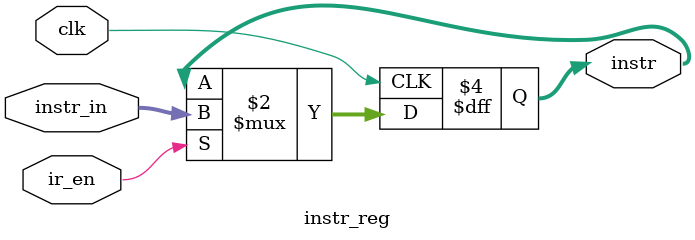
<source format=v>
module instr_reg (
    input  wire       clk,
    input  wire       ir_en,
    input  wire [7:0] instr_in,
    output reg  [7:0] instr
);

always @(posedge clk) begin
    if (ir_en)
        instr <= instr_in;
end

endmodule

</source>
